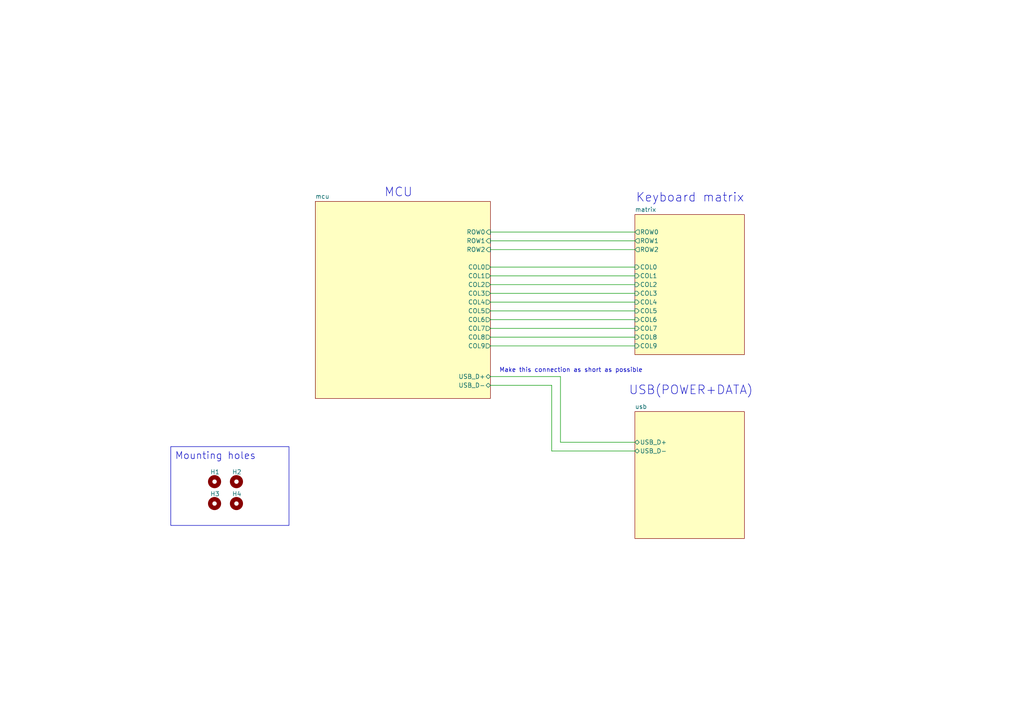
<source format=kicad_sch>
(kicad_sch (version 20231120) (generator "eeschema") (generator_version "8.0")
  (paper "A4")
  (title_block (title "Keyboard based on STM32L0xx") (date "2024-04-28") (rev "0.1") (company "https://github.com/Challmymind"))
  (lib_symbols
    (symbol "Mechanical:MountingHole" (pin_names (offset 1.016)) (exclude_from_sim yes) (in_bom no)
      (property "Reference" "H" (at 0 5.08 0))
      (property "Value" "MountingHole" (at 0 3.175 0))
      (symbol "MountingHole_0_1"
        (circle (center 0 0) (radius 1.27) (stroke (width 1.27)))
      )
    )
  )
  (wire (pts (xy 160.02 111.76) (xy 160.02 130.81)))
  (wire (pts (xy 142.24 77.47) (xy 184.15 77.47)))
  (wire (pts (xy 142.24 95.25) (xy 184.15 95.25)))
  (wire (pts (xy 142.24 100.33) (xy 184.15 100.33)))
  (wire (pts (xy 142.24 97.79) (xy 184.15 97.79)))
  (wire (pts (xy 142.24 72.39) (xy 184.15 72.39)))
  (wire (pts (xy 142.24 80.01) (xy 184.15 80.01)))
  (wire (pts (xy 162.56 109.22) (xy 162.56 128.27)))
  (wire (pts (xy 142.24 69.85) (xy 184.15 69.85)))
  (wire (pts (xy 142.24 109.22) (xy 162.56 109.22)))
  (wire (pts (xy 160.02 130.81) (xy 184.15 130.81)))
  (wire (pts (xy 142.24 85.09) (xy 184.15 85.09)))
  (wire (pts (xy 142.24 92.71) (xy 184.15 92.71)))
  (wire (pts (xy 142.24 87.63) (xy 184.15 87.63)))
  (wire (pts (xy 142.24 111.76) (xy 160.02 111.76)))
  (wire (pts (xy 142.24 90.17) (xy 184.15 90.17)))
  (wire (pts (xy 142.24 82.55) (xy 184.15 82.55)))
  (wire (pts (xy 142.24 67.31) (xy 184.15 67.31)))
  (wire (pts (xy 162.56 128.27) (xy 184.15 128.27)))
  (rectangle (start 49.53 129.54) (end 83.82 152.4))
  (text "MCU" (at 115.57 55.88 0) (effects (font (size 2.54 2.54))))
  (text "Keyboard matrix" (at 200.152 57.404 0) (effects (font (size 2.54 2.54))))
  (text "Make this connection as short as possible\n" (at 165.608 107.442 0) (effects (font (size 1.27 1.27))))
  (text "Mounting holes\n" (at 62.484 132.334 0) (effects (font (size 2.032 2.032))))
  (text "USB(POWER+DATA)" (at 200.406 113.284 0) (effects (font (size 2.54 2.54))))
  (symbol (lib_id "Mechanical:MountingHole") (at 62.23 146.05 0) (unit 1) (exclude_from_sim yes) (in_bom no)
    (property "Reference" "H3" (at 60.96 143.256 0) (effects (justify left)))
    (property "Value" "MountingHole" (effects (hide yes)))
    (property "Footprint" "MountingHole:MountingHole_2.1mm" (effects (hide yes)))
    (property "Description" "Mounting Hole without connection" (effects (hide yes)))
  )
  (symbol (lib_id "Mechanical:MountingHole") (at 68.58 146.05 0) (unit 1) (exclude_from_sim yes) (in_bom no)
    (property "Reference" "H4" (at 67.31 143.256 0) (effects (justify left)))
    (property "Value" "MountingHole" (effects (hide yes)))
    (property "Footprint" "MountingHole:MountingHole_2.1mm" (effects (hide yes)))
    (property "Description" "Mounting Hole without connection" (effects (hide yes)))
  )
  (symbol (lib_id "Mechanical:MountingHole") (at 68.58 139.7 0) (unit 1) (exclude_from_sim yes) (in_bom no)
    (property "Reference" "H2" (at 67.31 136.906 0) (effects (justify left)))
    (property "Value" "MountingHole" (effects (hide yes)))
    (property "Footprint" "MountingHole:MountingHole_2.1mm" (effects (hide yes)))
    (property "Description" "Mounting Hole without connection" (effects (hide yes)))
  )
  (symbol (lib_id "Mechanical:MountingHole") (at 62.23 139.7 0) (unit 1) (exclude_from_sim yes) (in_bom no)
    (property "Reference" "H1" (at 60.96 136.906 0) (effects (justify left)))
    (property "Value" "MountingHole" (effects (hide yes)))
    (property "Footprint" "MountingHole:MountingHole_2.1mm" (effects (hide yes)))
    (property "Description" "Mounting Hole without connection" (effects (hide yes)))
  )
  (sheet (at 184.15 62.23) (size 31.75 40.64) (stroke (width 0.1524)) (fill (color 255 255 194 1.0000))
    (property "Sheetname" "matrix" (at 184.15 61.5184 0) (effects (justify left bottom)))
    (property "Sheetfile" "matrix.kicad_sch" (effects (hide yes)))
    (pin "COL4" input (at 184.15 87.63 180))
    (pin "COL1" input (at 184.15 80.01 180))
    (pin "ROW1" output (at 184.15 69.85 180))
    (pin "ROW0" output (at 184.15 67.31 180))
    (pin "ROW2" output (at 184.15 72.39 180))
    (pin "COL0" input (at 184.15 77.47 180))
    (pin "COL2" input (at 184.15 82.55 180))
    (pin "COL3" input (at 184.15 85.09 180))
    (pin "COL9" input (at 184.15 100.33 180))
    (pin "COL5" input (at 184.15 90.17 180))
    (pin "COL6" input (at 184.15 92.71 180))
    (pin "COL7" input (at 184.15 95.25 180))
    (pin "COL8" input (at 184.15 97.79 180))
  )
  (sheet (at 184.15 119.38) (size 31.75 36.83) (stroke (width 0.1524)) (fill (color 255 255 194 1.0000))
    (property "Sheetname" "usb" (at 184.15 118.6684 0) (effects (justify left bottom)))
    (property "Sheetfile" "usb.kicad_sch" (effects (hide yes)))
    (pin "USB_D+" bidirectional (at 184.15 128.27 180))
    (pin "USB_D-" bidirectional (at 184.15 130.81 180))
  )
  (sheet (at 91.44 58.42) (size 50.8 57.15) (stroke (width 0.1524)) (fill (color 255 255 194 1.0000))
    (property "Sheetname" "mcu" (at 91.44 57.7084 0) (effects (justify left bottom)))
    (property "Sheetfile" "mcu.kicad_sch" (effects (hide yes)))
    (pin "ROW2" input (at 142.24 72.39 0))
    (pin "COL2" output (at 142.24 82.55 0))
    (pin "COL0" output (at 142.24 77.47 0))
    (pin "COL1" output (at 142.24 80.01 0))
    (pin "COL3" output (at 142.24 85.09 0))
    (pin "COL4" output (at 142.24 87.63 0))
    (pin "ROW0" input (at 142.24 67.31 0))
    (pin "ROW1" input (at 142.24 69.85 0))
    (pin "USB_D+" bidirectional (at 142.24 109.22 0))
    (pin "USB_D-" bidirectional (at 142.24 111.76 0))
    (pin "COL6" output (at 142.24 92.71 0))
    (pin "COL7" output (at 142.24 95.25 0))
    (pin "COL5" output (at 142.24 90.17 0))
    (pin "COL9" output (at 142.24 100.33 0))
    (pin "COL8" output (at 142.24 97.79 0))
  )
)
</source>
